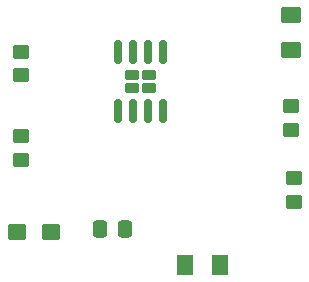
<source format=gbr>
%TF.GenerationSoftware,KiCad,Pcbnew,(6.0.10-0)*%
%TF.CreationDate,2023-02-17T12:22:24-08:00*%
%TF.ProjectId,Lab 1 Exercise 2,4c616220-3120-4457-9865-726369736520,rev?*%
%TF.SameCoordinates,Original*%
%TF.FileFunction,Paste,Top*%
%TF.FilePolarity,Positive*%
%FSLAX46Y46*%
G04 Gerber Fmt 4.6, Leading zero omitted, Abs format (unit mm)*
G04 Created by KiCad (PCBNEW (6.0.10-0)) date 2023-02-17 12:22:24*
%MOMM*%
%LPD*%
G01*
G04 APERTURE LIST*
G04 Aperture macros list*
%AMRoundRect*
0 Rectangle with rounded corners*
0 $1 Rounding radius*
0 $2 $3 $4 $5 $6 $7 $8 $9 X,Y pos of 4 corners*
0 Add a 4 corners polygon primitive as box body*
4,1,4,$2,$3,$4,$5,$6,$7,$8,$9,$2,$3,0*
0 Add four circle primitives for the rounded corners*
1,1,$1+$1,$2,$3*
1,1,$1+$1,$4,$5*
1,1,$1+$1,$6,$7*
1,1,$1+$1,$8,$9*
0 Add four rect primitives between the rounded corners*
20,1,$1+$1,$2,$3,$4,$5,0*
20,1,$1+$1,$4,$5,$6,$7,0*
20,1,$1+$1,$6,$7,$8,$9,0*
20,1,$1+$1,$8,$9,$2,$3,0*%
G04 Aperture macros list end*
%ADD10RoundRect,0.250000X-0.450000X0.350000X-0.450000X-0.350000X0.450000X-0.350000X0.450000X0.350000X0*%
%ADD11RoundRect,0.230000X0.375000X-0.230000X0.375000X0.230000X-0.375000X0.230000X-0.375000X-0.230000X0*%
%ADD12RoundRect,0.150000X0.150000X-0.825000X0.150000X0.825000X-0.150000X0.825000X-0.150000X-0.825000X0*%
%ADD13RoundRect,0.250001X0.624999X-0.462499X0.624999X0.462499X-0.624999X0.462499X-0.624999X-0.462499X0*%
%ADD14RoundRect,0.250000X-0.537500X-0.425000X0.537500X-0.425000X0.537500X0.425000X-0.537500X0.425000X0*%
%ADD15RoundRect,0.250001X-0.462499X-0.624999X0.462499X-0.624999X0.462499X0.624999X-0.462499X0.624999X0*%
%ADD16RoundRect,0.250000X0.337500X0.475000X-0.337500X0.475000X-0.337500X-0.475000X0.337500X-0.475000X0*%
G04 APERTURE END LIST*
D10*
%TO.C,R1*%
X132080000Y-78740000D03*
X132080000Y-80740000D03*
%TD*%
D11*
%TO.C,U1*%
X142990000Y-80710000D03*
X141490000Y-81850000D03*
X141490000Y-80710000D03*
X142990000Y-81850000D03*
D12*
X140335000Y-83755000D03*
X141605000Y-83755000D03*
X142875000Y-83755000D03*
X144145000Y-83755000D03*
X144145000Y-78805000D03*
X142875000Y-78805000D03*
X141605000Y-78805000D03*
X140335000Y-78805000D03*
%TD*%
D13*
%TO.C,D1*%
X154940000Y-78627500D03*
X154940000Y-75652500D03*
%TD*%
D10*
%TO.C,R4*%
X155190000Y-89440000D03*
X155190000Y-91440000D03*
%TD*%
D14*
%TO.C,C1*%
X131745000Y-93980000D03*
X134620000Y-93980000D03*
%TD*%
D15*
%TO.C,D2*%
X145972500Y-96805000D03*
X148947500Y-96805000D03*
%TD*%
D10*
%TO.C,R2*%
X132080000Y-85900000D03*
X132080000Y-87900000D03*
%TD*%
%TO.C,R3*%
X154940000Y-83360000D03*
X154940000Y-85360000D03*
%TD*%
D16*
%TO.C,C2*%
X140900000Y-93781252D03*
X138825000Y-93781252D03*
%TD*%
M02*

</source>
